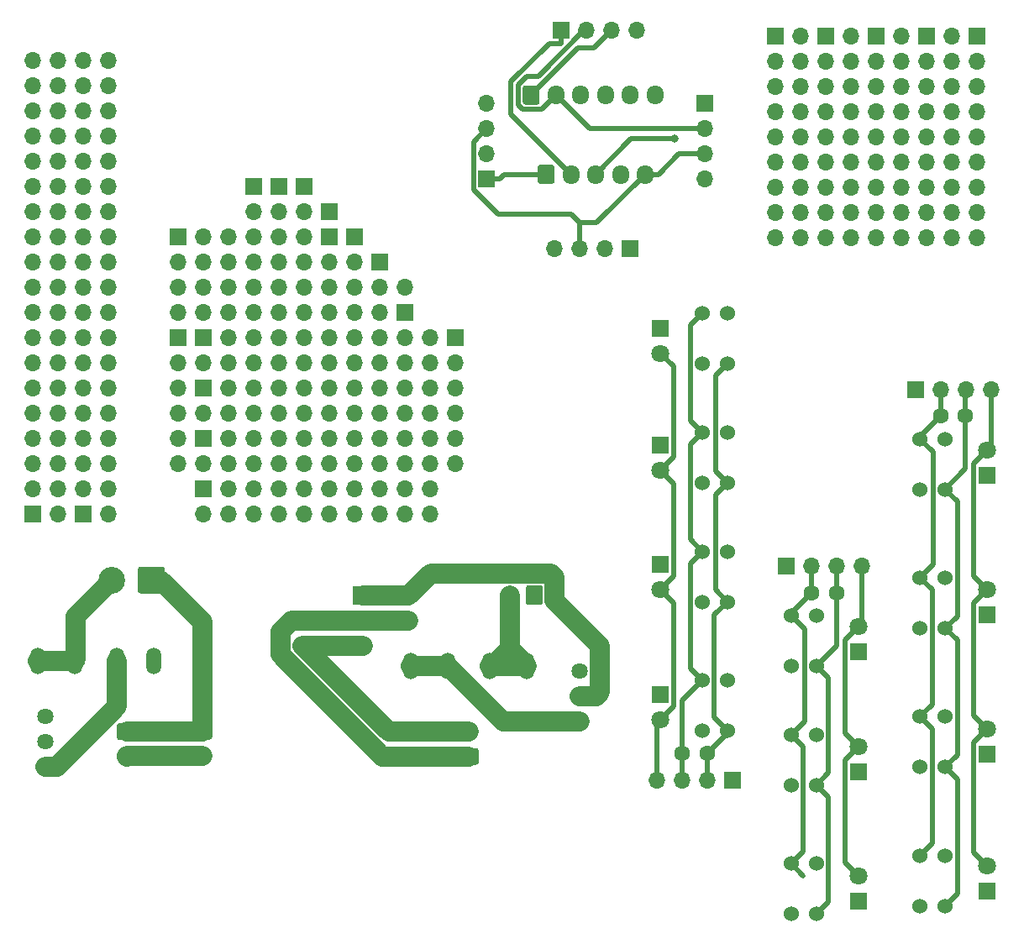
<source format=gtl>
%TF.GenerationSoftware,KiCad,Pcbnew,(5.1.10)-1*%
%TF.CreationDate,2021-11-13T22:23:51+09:00*%
%TF.ProjectId,herakuresu.line,68657261-6b75-4726-9573-752e6c696e65,rev?*%
%TF.SameCoordinates,Original*%
%TF.FileFunction,Copper,L1,Top*%
%TF.FilePolarity,Positive*%
%FSLAX46Y46*%
G04 Gerber Fmt 4.6, Leading zero omitted, Abs format (unit mm)*
G04 Created by KiCad (PCBNEW (5.1.10)-1) date 2021-11-13 22:23:51*
%MOMM*%
%LPD*%
G01*
G04 APERTURE LIST*
%TA.AperFunction,ComponentPad*%
%ADD10O,1.700000X1.700000*%
%TD*%
%TA.AperFunction,ComponentPad*%
%ADD11R,1.700000X1.700000*%
%TD*%
%TA.AperFunction,ComponentPad*%
%ADD12C,1.600000*%
%TD*%
%TA.AperFunction,ComponentPad*%
%ADD13R,1.800000X1.800000*%
%TD*%
%TA.AperFunction,ComponentPad*%
%ADD14C,1.800000*%
%TD*%
%TA.AperFunction,ComponentPad*%
%ADD15C,1.524000*%
%TD*%
%TA.AperFunction,ComponentPad*%
%ADD16O,2.000000X1.700000*%
%TD*%
%TA.AperFunction,ComponentPad*%
%ADD17C,1.635000*%
%TD*%
%TA.AperFunction,ComponentPad*%
%ADD18R,2.000000X1.905000*%
%TD*%
%TA.AperFunction,ComponentPad*%
%ADD19O,2.000000X1.905000*%
%TD*%
%TA.AperFunction,ComponentPad*%
%ADD20O,1.500000X2.700000*%
%TD*%
%TA.AperFunction,ComponentPad*%
%ADD21O,1.700000X2.000000*%
%TD*%
%TA.AperFunction,ComponentPad*%
%ADD22C,2.700000*%
%TD*%
%TA.AperFunction,ComponentPad*%
%ADD23O,1.700000X1.950000*%
%TD*%
%TA.AperFunction,ViaPad*%
%ADD24C,0.800000*%
%TD*%
%TA.AperFunction,Conductor*%
%ADD25C,0.500000*%
%TD*%
%TA.AperFunction,Conductor*%
%ADD26C,0.250000*%
%TD*%
%TA.AperFunction,Conductor*%
%ADD27C,2.000000*%
%TD*%
G04 APERTURE END LIST*
D10*
%TO.P,REF\u002A\u002A,9*%
%TO.N,N/C*%
X186714985Y-78434968D03*
%TO.P,REF\u002A\u002A,8*%
X186714985Y-75894968D03*
%TO.P,REF\u002A\u002A,7*%
X186714985Y-73354968D03*
%TO.P,REF\u002A\u002A,6*%
X186714985Y-70814968D03*
%TO.P,REF\u002A\u002A,5*%
X186714985Y-68274968D03*
%TO.P,REF\u002A\u002A,4*%
X186714985Y-65734968D03*
%TO.P,REF\u002A\u002A,3*%
X186714985Y-63194968D03*
%TO.P,REF\u002A\u002A,2*%
X186714985Y-60654968D03*
D11*
%TO.P,REF\u002A\u002A,1*%
X186714985Y-58114968D03*
%TD*%
%TO.P,REF\u002A\u002A,1*%
%TO.N,N/C*%
X191794985Y-58114968D03*
D10*
%TO.P,REF\u002A\u002A,2*%
X189254985Y-58114968D03*
%TO.P,REF\u002A\u002A,3*%
X191794985Y-60654968D03*
%TO.P,REF\u002A\u002A,4*%
X189254985Y-60654968D03*
%TO.P,REF\u002A\u002A,5*%
X191794985Y-63194968D03*
%TO.P,REF\u002A\u002A,6*%
X189254985Y-63194968D03*
%TO.P,REF\u002A\u002A,7*%
X191794985Y-65734968D03*
%TO.P,REF\u002A\u002A,8*%
X189254985Y-65734968D03*
%TO.P,REF\u002A\u002A,9*%
X191794985Y-68274968D03*
%TO.P,REF\u002A\u002A,10*%
X189254985Y-68274968D03*
%TO.P,REF\u002A\u002A,11*%
X191794985Y-70814968D03*
%TO.P,REF\u002A\u002A,12*%
X189254985Y-70814968D03*
%TO.P,REF\u002A\u002A,13*%
X191794985Y-73354968D03*
%TO.P,REF\u002A\u002A,14*%
X189254985Y-73354968D03*
%TO.P,REF\u002A\u002A,15*%
X191794985Y-75894968D03*
%TO.P,REF\u002A\u002A,16*%
X189254985Y-75894968D03*
%TO.P,REF\u002A\u002A,17*%
X191794985Y-78434968D03*
%TO.P,REF\u002A\u002A,18*%
X189254985Y-78434968D03*
%TD*%
D11*
%TO.P,REF\u002A\u002A,1*%
%TO.N,N/C*%
X196874985Y-58114968D03*
D10*
%TO.P,REF\u002A\u002A,2*%
X194334985Y-58114968D03*
%TO.P,REF\u002A\u002A,3*%
X196874985Y-60654968D03*
%TO.P,REF\u002A\u002A,4*%
X194334985Y-60654968D03*
%TO.P,REF\u002A\u002A,5*%
X196874985Y-63194968D03*
%TO.P,REF\u002A\u002A,6*%
X194334985Y-63194968D03*
%TO.P,REF\u002A\u002A,7*%
X196874985Y-65734968D03*
%TO.P,REF\u002A\u002A,8*%
X194334985Y-65734968D03*
%TO.P,REF\u002A\u002A,9*%
X196874985Y-68274968D03*
%TO.P,REF\u002A\u002A,10*%
X194334985Y-68274968D03*
%TO.P,REF\u002A\u002A,11*%
X196874985Y-70814968D03*
%TO.P,REF\u002A\u002A,12*%
X194334985Y-70814968D03*
%TO.P,REF\u002A\u002A,13*%
X196874985Y-73354968D03*
%TO.P,REF\u002A\u002A,14*%
X194334985Y-73354968D03*
%TO.P,REF\u002A\u002A,15*%
X196874985Y-75894968D03*
%TO.P,REF\u002A\u002A,16*%
X194334985Y-75894968D03*
%TO.P,REF\u002A\u002A,17*%
X196874985Y-78434968D03*
%TO.P,REF\u002A\u002A,18*%
X194334985Y-78434968D03*
%TD*%
D11*
%TO.P,REF\u002A\u002A,1*%
%TO.N,N/C*%
X201954985Y-58114968D03*
D10*
%TO.P,REF\u002A\u002A,2*%
X199414985Y-58114968D03*
%TO.P,REF\u002A\u002A,3*%
X201954985Y-60654968D03*
%TO.P,REF\u002A\u002A,4*%
X199414985Y-60654968D03*
%TO.P,REF\u002A\u002A,5*%
X201954985Y-63194968D03*
%TO.P,REF\u002A\u002A,6*%
X199414985Y-63194968D03*
%TO.P,REF\u002A\u002A,7*%
X201954985Y-65734968D03*
%TO.P,REF\u002A\u002A,8*%
X199414985Y-65734968D03*
%TO.P,REF\u002A\u002A,9*%
X201954985Y-68274968D03*
%TO.P,REF\u002A\u002A,10*%
X199414985Y-68274968D03*
%TO.P,REF\u002A\u002A,11*%
X201954985Y-70814968D03*
%TO.P,REF\u002A\u002A,12*%
X199414985Y-70814968D03*
%TO.P,REF\u002A\u002A,13*%
X201954985Y-73354968D03*
%TO.P,REF\u002A\u002A,14*%
X199414985Y-73354968D03*
%TO.P,REF\u002A\u002A,15*%
X201954985Y-75894968D03*
%TO.P,REF\u002A\u002A,16*%
X199414985Y-75894968D03*
%TO.P,REF\u002A\u002A,17*%
X201954985Y-78434968D03*
%TO.P,REF\u002A\u002A,18*%
X199414985Y-78434968D03*
%TD*%
%TO.P,REF\u002A\u002A,18*%
%TO.N,N/C*%
X204494985Y-78434968D03*
%TO.P,REF\u002A\u002A,17*%
X207034985Y-78434968D03*
%TO.P,REF\u002A\u002A,16*%
X204494985Y-75894968D03*
%TO.P,REF\u002A\u002A,15*%
X207034985Y-75894968D03*
%TO.P,REF\u002A\u002A,14*%
X204494985Y-73354968D03*
%TO.P,REF\u002A\u002A,13*%
X207034985Y-73354968D03*
%TO.P,REF\u002A\u002A,12*%
X204494985Y-70814968D03*
%TO.P,REF\u002A\u002A,11*%
X207034985Y-70814968D03*
%TO.P,REF\u002A\u002A,10*%
X204494985Y-68274968D03*
%TO.P,REF\u002A\u002A,9*%
X207034985Y-68274968D03*
%TO.P,REF\u002A\u002A,8*%
X204494985Y-65734968D03*
%TO.P,REF\u002A\u002A,7*%
X207034985Y-65734968D03*
%TO.P,REF\u002A\u002A,6*%
X204494985Y-63194968D03*
%TO.P,REF\u002A\u002A,5*%
X207034985Y-63194968D03*
%TO.P,REF\u002A\u002A,4*%
X204494985Y-60654968D03*
%TO.P,REF\u002A\u002A,3*%
X207034985Y-60654968D03*
%TO.P,REF\u002A\u002A,2*%
X204494985Y-58114968D03*
D11*
%TO.P,REF\u002A\u002A,1*%
X207034985Y-58114968D03*
%TD*%
%TO.P,REF\u002A\u002A,1*%
%TO.N,N/C*%
X146769985Y-80904968D03*
%TD*%
%TO.P,REF\u002A\u002A,1*%
%TO.N,N/C*%
X141689985Y-75824968D03*
%TD*%
%TO.P,REF\u002A\u002A,1*%
%TO.N,N/C*%
X139149985Y-73284968D03*
D10*
%TO.P,REF\u002A\u002A,2*%
X139149985Y-75824968D03*
%TD*%
D11*
%TO.P,REF\u002A\u002A,1*%
%TO.N,N/C*%
X136609985Y-73284968D03*
D10*
%TO.P,REF\u002A\u002A,2*%
X136609985Y-75824968D03*
%TD*%
D11*
%TO.P,REF\u002A\u002A,1*%
%TO.N,N/C*%
X134069985Y-73284968D03*
D10*
%TO.P,REF\u002A\u002A,2*%
X134069985Y-75824968D03*
%TD*%
D11*
%TO.P,REF\u002A\u002A,1*%
%TO.N,N/C*%
X144229985Y-78364968D03*
D10*
%TO.P,REF\u002A\u002A,2*%
X144229985Y-80904968D03*
%TD*%
%TO.P,REF\u002A\u002A,2*%
%TO.N,N/C*%
X141689985Y-80904968D03*
D11*
%TO.P,REF\u002A\u002A,1*%
X141689985Y-78364968D03*
%TD*%
D10*
%TO.P,REF\u002A\u002A,6*%
%TO.N,N/C*%
X154389985Y-101224968D03*
%TO.P,REF\u002A\u002A,5*%
X154389985Y-98684968D03*
%TO.P,REF\u002A\u002A,4*%
X154389985Y-96144968D03*
%TO.P,REF\u002A\u002A,3*%
X154389985Y-93604968D03*
%TO.P,REF\u002A\u002A,2*%
X154389985Y-91064968D03*
D11*
%TO.P,REF\u002A\u002A,1*%
X154389985Y-88524968D03*
%TD*%
D10*
%TO.P,REF\u002A\u002A,6*%
%TO.N,N/C*%
X126449985Y-101224968D03*
%TO.P,REF\u002A\u002A,5*%
X126449985Y-98684968D03*
%TO.P,REF\u002A\u002A,4*%
X126449985Y-96144968D03*
%TO.P,REF\u002A\u002A,3*%
X126449985Y-93604968D03*
%TO.P,REF\u002A\u002A,2*%
X126449985Y-91064968D03*
D11*
%TO.P,REF\u002A\u002A,1*%
X126449985Y-88524968D03*
%TD*%
D10*
%TO.P,REF\u002A\u002A,12*%
%TO.N,N/C*%
X139149985Y-80904968D03*
%TO.P,REF\u002A\u002A,11*%
X139149985Y-78364968D03*
%TO.P,REF\u002A\u002A,10*%
X136609985Y-80904968D03*
%TO.P,REF\u002A\u002A,9*%
X136609985Y-78364968D03*
%TO.P,REF\u002A\u002A,8*%
X134069985Y-80904968D03*
%TO.P,REF\u002A\u002A,7*%
X134069985Y-78364968D03*
%TO.P,REF\u002A\u002A,6*%
X131529985Y-80904968D03*
%TO.P,REF\u002A\u002A,5*%
X131529985Y-78364968D03*
%TO.P,REF\u002A\u002A,4*%
X128989985Y-80904968D03*
%TO.P,REF\u002A\u002A,3*%
X128989985Y-78364968D03*
%TO.P,REF\u002A\u002A,2*%
X126449985Y-80904968D03*
D11*
%TO.P,REF\u002A\u002A,1*%
X126449985Y-78364968D03*
%TD*%
%TO.P,REF\u002A\u002A,1*%
%TO.N,N/C*%
X149309985Y-85984968D03*
D10*
%TO.P,REF\u002A\u002A,2*%
X149309985Y-83444968D03*
%TO.P,REF\u002A\u002A,3*%
X146769985Y-85984968D03*
%TO.P,REF\u002A\u002A,4*%
X146769985Y-83444968D03*
%TO.P,REF\u002A\u002A,5*%
X144229985Y-85984968D03*
%TO.P,REF\u002A\u002A,6*%
X144229985Y-83444968D03*
%TO.P,REF\u002A\u002A,7*%
X141689985Y-85984968D03*
%TO.P,REF\u002A\u002A,8*%
X141689985Y-83444968D03*
%TO.P,REF\u002A\u002A,9*%
X139149985Y-85984968D03*
%TO.P,REF\u002A\u002A,10*%
X139149985Y-83444968D03*
%TO.P,REF\u002A\u002A,11*%
X136609985Y-85984968D03*
%TO.P,REF\u002A\u002A,12*%
X136609985Y-83444968D03*
%TO.P,REF\u002A\u002A,13*%
X134069985Y-85984968D03*
%TO.P,REF\u002A\u002A,14*%
X134069985Y-83444968D03*
%TO.P,REF\u002A\u002A,15*%
X131529985Y-85984968D03*
%TO.P,REF\u002A\u002A,16*%
X131529985Y-83444968D03*
%TO.P,REF\u002A\u002A,17*%
X128989985Y-85984968D03*
%TO.P,REF\u002A\u002A,18*%
X128989985Y-83444968D03*
%TO.P,REF\u002A\u002A,19*%
X126449985Y-85984968D03*
%TO.P,REF\u002A\u002A,20*%
X126449985Y-83444968D03*
%TD*%
D11*
%TO.P,REF\u002A\u002A,1*%
%TO.N,N/C*%
X128989985Y-88524968D03*
D10*
%TO.P,REF\u002A\u002A,2*%
X128989985Y-91064968D03*
%TO.P,REF\u002A\u002A,3*%
X131529985Y-88524968D03*
%TO.P,REF\u002A\u002A,4*%
X131529985Y-91064968D03*
%TO.P,REF\u002A\u002A,5*%
X134069985Y-88524968D03*
%TO.P,REF\u002A\u002A,6*%
X134069985Y-91064968D03*
%TO.P,REF\u002A\u002A,7*%
X136609985Y-88524968D03*
%TO.P,REF\u002A\u002A,8*%
X136609985Y-91064968D03*
%TO.P,REF\u002A\u002A,9*%
X139149985Y-88524968D03*
%TO.P,REF\u002A\u002A,10*%
X139149985Y-91064968D03*
%TO.P,REF\u002A\u002A,11*%
X141689985Y-88524968D03*
%TO.P,REF\u002A\u002A,12*%
X141689985Y-91064968D03*
%TO.P,REF\u002A\u002A,13*%
X144229985Y-88524968D03*
%TO.P,REF\u002A\u002A,14*%
X144229985Y-91064968D03*
%TO.P,REF\u002A\u002A,15*%
X146769985Y-88524968D03*
%TO.P,REF\u002A\u002A,16*%
X146769985Y-91064968D03*
%TO.P,REF\u002A\u002A,17*%
X149309985Y-88524968D03*
%TO.P,REF\u002A\u002A,18*%
X149309985Y-91064968D03*
%TO.P,REF\u002A\u002A,19*%
X151849985Y-88524968D03*
%TO.P,REF\u002A\u002A,20*%
X151849985Y-91064968D03*
%TD*%
D11*
%TO.P,REF\u002A\u002A,1*%
%TO.N,N/C*%
X128989985Y-93604968D03*
D10*
%TO.P,REF\u002A\u002A,2*%
X128989985Y-96144968D03*
%TO.P,REF\u002A\u002A,3*%
X131529985Y-93604968D03*
%TO.P,REF\u002A\u002A,4*%
X131529985Y-96144968D03*
%TO.P,REF\u002A\u002A,5*%
X134069985Y-93604968D03*
%TO.P,REF\u002A\u002A,6*%
X134069985Y-96144968D03*
%TO.P,REF\u002A\u002A,7*%
X136609985Y-93604968D03*
%TO.P,REF\u002A\u002A,8*%
X136609985Y-96144968D03*
%TO.P,REF\u002A\u002A,9*%
X139149985Y-93604968D03*
%TO.P,REF\u002A\u002A,10*%
X139149985Y-96144968D03*
%TO.P,REF\u002A\u002A,11*%
X141689985Y-93604968D03*
%TO.P,REF\u002A\u002A,12*%
X141689985Y-96144968D03*
%TO.P,REF\u002A\u002A,13*%
X144229985Y-93604968D03*
%TO.P,REF\u002A\u002A,14*%
X144229985Y-96144968D03*
%TO.P,REF\u002A\u002A,15*%
X146769985Y-93604968D03*
%TO.P,REF\u002A\u002A,16*%
X146769985Y-96144968D03*
%TO.P,REF\u002A\u002A,17*%
X149309985Y-93604968D03*
%TO.P,REF\u002A\u002A,18*%
X149309985Y-96144968D03*
%TO.P,REF\u002A\u002A,19*%
X151849985Y-93604968D03*
%TO.P,REF\u002A\u002A,20*%
X151849985Y-96144968D03*
%TD*%
D11*
%TO.P,REF\u002A\u002A,1*%
%TO.N,N/C*%
X128989985Y-98684968D03*
D10*
%TO.P,REF\u002A\u002A,2*%
X128989985Y-101224968D03*
%TO.P,REF\u002A\u002A,3*%
X131529985Y-98684968D03*
%TO.P,REF\u002A\u002A,4*%
X131529985Y-101224968D03*
%TO.P,REF\u002A\u002A,5*%
X134069985Y-98684968D03*
%TO.P,REF\u002A\u002A,6*%
X134069985Y-101224968D03*
%TO.P,REF\u002A\u002A,7*%
X136609985Y-98684968D03*
%TO.P,REF\u002A\u002A,8*%
X136609985Y-101224968D03*
%TO.P,REF\u002A\u002A,9*%
X139149985Y-98684968D03*
%TO.P,REF\u002A\u002A,10*%
X139149985Y-101224968D03*
%TO.P,REF\u002A\u002A,11*%
X141689985Y-98684968D03*
%TO.P,REF\u002A\u002A,12*%
X141689985Y-101224968D03*
%TO.P,REF\u002A\u002A,13*%
X144229985Y-98684968D03*
%TO.P,REF\u002A\u002A,14*%
X144229985Y-101224968D03*
%TO.P,REF\u002A\u002A,15*%
X146769985Y-98684968D03*
%TO.P,REF\u002A\u002A,16*%
X146769985Y-101224968D03*
%TO.P,REF\u002A\u002A,17*%
X149309985Y-98684968D03*
%TO.P,REF\u002A\u002A,18*%
X149309985Y-101224968D03*
%TO.P,REF\u002A\u002A,19*%
X151849985Y-98684968D03*
%TO.P,REF\u002A\u002A,20*%
X151849985Y-101224968D03*
%TD*%
%TO.P,REF\u002A\u002A,20*%
%TO.N,N/C*%
X151849985Y-106304968D03*
%TO.P,REF\u002A\u002A,19*%
X151849985Y-103764968D03*
%TO.P,REF\u002A\u002A,18*%
X149309985Y-106304968D03*
%TO.P,REF\u002A\u002A,17*%
X149309985Y-103764968D03*
%TO.P,REF\u002A\u002A,16*%
X146769985Y-106304968D03*
%TO.P,REF\u002A\u002A,15*%
X146769985Y-103764968D03*
%TO.P,REF\u002A\u002A,14*%
X144229985Y-106304968D03*
%TO.P,REF\u002A\u002A,13*%
X144229985Y-103764968D03*
%TO.P,REF\u002A\u002A,12*%
X141689985Y-106304968D03*
%TO.P,REF\u002A\u002A,11*%
X141689985Y-103764968D03*
%TO.P,REF\u002A\u002A,10*%
X139149985Y-106304968D03*
%TO.P,REF\u002A\u002A,9*%
X139149985Y-103764968D03*
%TO.P,REF\u002A\u002A,8*%
X136609985Y-106304968D03*
%TO.P,REF\u002A\u002A,7*%
X136609985Y-103764968D03*
%TO.P,REF\u002A\u002A,6*%
X134069985Y-106304968D03*
%TO.P,REF\u002A\u002A,5*%
X134069985Y-103764968D03*
%TO.P,REF\u002A\u002A,4*%
X131529985Y-106304968D03*
%TO.P,REF\u002A\u002A,3*%
X131529985Y-103764968D03*
%TO.P,REF\u002A\u002A,2*%
X128989985Y-106304968D03*
D11*
%TO.P,REF\u002A\u002A,1*%
X128989985Y-103764968D03*
%TD*%
D10*
%TO.P,REF\u002A\u002A,38*%
%TO.N,N/C*%
X119464985Y-60584968D03*
%TO.P,REF\u002A\u002A,37*%
X116924985Y-60584968D03*
%TO.P,REF\u002A\u002A,36*%
X119464985Y-63124968D03*
%TO.P,REF\u002A\u002A,35*%
X116924985Y-63124968D03*
%TO.P,REF\u002A\u002A,34*%
X119464985Y-65664968D03*
%TO.P,REF\u002A\u002A,33*%
X116924985Y-65664968D03*
%TO.P,REF\u002A\u002A,32*%
X119464985Y-68204968D03*
%TO.P,REF\u002A\u002A,31*%
X116924985Y-68204968D03*
%TO.P,REF\u002A\u002A,30*%
X119464985Y-70744968D03*
%TO.P,REF\u002A\u002A,29*%
X116924985Y-70744968D03*
%TO.P,REF\u002A\u002A,28*%
X119464985Y-73284968D03*
%TO.P,REF\u002A\u002A,27*%
X116924985Y-73284968D03*
%TO.P,REF\u002A\u002A,26*%
X119464985Y-75824968D03*
%TO.P,REF\u002A\u002A,25*%
X116924985Y-75824968D03*
%TO.P,REF\u002A\u002A,24*%
X119464985Y-78364968D03*
%TO.P,REF\u002A\u002A,23*%
X116924985Y-78364968D03*
%TO.P,REF\u002A\u002A,22*%
X119464985Y-80904968D03*
%TO.P,REF\u002A\u002A,21*%
X116924985Y-80904968D03*
%TO.P,REF\u002A\u002A,20*%
X119464985Y-83444968D03*
%TO.P,REF\u002A\u002A,19*%
X116924985Y-83444968D03*
%TO.P,REF\u002A\u002A,18*%
X119464985Y-85984968D03*
%TO.P,REF\u002A\u002A,17*%
X116924985Y-85984968D03*
%TO.P,REF\u002A\u002A,16*%
X119464985Y-88524968D03*
%TO.P,REF\u002A\u002A,15*%
X116924985Y-88524968D03*
%TO.P,REF\u002A\u002A,14*%
X119464985Y-91064968D03*
%TO.P,REF\u002A\u002A,13*%
X116924985Y-91064968D03*
%TO.P,REF\u002A\u002A,12*%
X119464985Y-93604968D03*
%TO.P,REF\u002A\u002A,11*%
X116924985Y-93604968D03*
%TO.P,REF\u002A\u002A,10*%
X119464985Y-96144968D03*
%TO.P,REF\u002A\u002A,9*%
X116924985Y-96144968D03*
%TO.P,REF\u002A\u002A,8*%
X119464985Y-98684968D03*
%TO.P,REF\u002A\u002A,7*%
X116924985Y-98684968D03*
%TO.P,REF\u002A\u002A,6*%
X119464985Y-101224968D03*
%TO.P,REF\u002A\u002A,5*%
X116924985Y-101224968D03*
%TO.P,REF\u002A\u002A,4*%
X119464985Y-103764968D03*
%TO.P,REF\u002A\u002A,3*%
X116924985Y-103764968D03*
%TO.P,REF\u002A\u002A,2*%
X119464985Y-106304968D03*
D11*
%TO.P,REF\u002A\u002A,1*%
X116924985Y-106304968D03*
%TD*%
D10*
%TO.P,REF\u002A\u002A,38*%
%TO.N,N/C*%
X114384985Y-60584968D03*
%TO.P,REF\u002A\u002A,37*%
X111844985Y-60584968D03*
%TO.P,REF\u002A\u002A,36*%
X114384985Y-63124968D03*
%TO.P,REF\u002A\u002A,35*%
X111844985Y-63124968D03*
%TO.P,REF\u002A\u002A,34*%
X114384985Y-65664968D03*
%TO.P,REF\u002A\u002A,33*%
X111844985Y-65664968D03*
%TO.P,REF\u002A\u002A,32*%
X114384985Y-68204968D03*
%TO.P,REF\u002A\u002A,31*%
X111844985Y-68204968D03*
%TO.P,REF\u002A\u002A,30*%
X114384985Y-70744968D03*
%TO.P,REF\u002A\u002A,29*%
X111844985Y-70744968D03*
%TO.P,REF\u002A\u002A,28*%
X114384985Y-73284968D03*
%TO.P,REF\u002A\u002A,27*%
X111844985Y-73284968D03*
%TO.P,REF\u002A\u002A,26*%
X114384985Y-75824968D03*
%TO.P,REF\u002A\u002A,25*%
X111844985Y-75824968D03*
%TO.P,REF\u002A\u002A,24*%
X114384985Y-78364968D03*
%TO.P,REF\u002A\u002A,23*%
X111844985Y-78364968D03*
%TO.P,REF\u002A\u002A,22*%
X114384985Y-80904968D03*
%TO.P,REF\u002A\u002A,21*%
X111844985Y-80904968D03*
%TO.P,REF\u002A\u002A,20*%
X114384985Y-83444968D03*
%TO.P,REF\u002A\u002A,19*%
X111844985Y-83444968D03*
%TO.P,REF\u002A\u002A,18*%
X114384985Y-85984968D03*
%TO.P,REF\u002A\u002A,17*%
X111844985Y-85984968D03*
%TO.P,REF\u002A\u002A,16*%
X114384985Y-88524968D03*
%TO.P,REF\u002A\u002A,15*%
X111844985Y-88524968D03*
%TO.P,REF\u002A\u002A,14*%
X114384985Y-91064968D03*
%TO.P,REF\u002A\u002A,13*%
X111844985Y-91064968D03*
%TO.P,REF\u002A\u002A,12*%
X114384985Y-93604968D03*
%TO.P,REF\u002A\u002A,11*%
X111844985Y-93604968D03*
%TO.P,REF\u002A\u002A,10*%
X114384985Y-96144968D03*
%TO.P,REF\u002A\u002A,9*%
X111844985Y-96144968D03*
%TO.P,REF\u002A\u002A,8*%
X114384985Y-98684968D03*
%TO.P,REF\u002A\u002A,7*%
X111844985Y-98684968D03*
%TO.P,REF\u002A\u002A,6*%
X114384985Y-101224968D03*
%TO.P,REF\u002A\u002A,5*%
X111844985Y-101224968D03*
%TO.P,REF\u002A\u002A,4*%
X114384985Y-103764968D03*
%TO.P,REF\u002A\u002A,3*%
X111844985Y-103764968D03*
%TO.P,REF\u002A\u002A,2*%
X114384985Y-106304968D03*
D11*
%TO.P,REF\u002A\u002A,1*%
X111844985Y-106304968D03*
%TD*%
D12*
%TO.P,C1,1*%
%TO.N,N/C*%
X179784986Y-130489664D03*
%TO.P,C1,2*%
X177284986Y-130489664D03*
%TD*%
D13*
%TO.P,D1,1*%
%TO.N,N/C*%
X175094986Y-124494664D03*
D14*
%TO.P,D1,2*%
X175094986Y-127034664D03*
%TD*%
D15*
%TO.P,U4,1*%
%TO.N,N/C*%
X179324986Y-91179664D03*
%TO.P,U4,2*%
X181864986Y-91179664D03*
%TO.P,U4,3*%
X181864986Y-86099664D03*
%TO.P,U4,4*%
X179324986Y-86099664D03*
%TD*%
%TO.P,U2,1*%
%TO.N,N/C*%
X179324986Y-115179664D03*
%TO.P,U2,2*%
X181864986Y-115179664D03*
%TO.P,U2,3*%
X181864986Y-110099664D03*
%TO.P,U2,4*%
X179324986Y-110099664D03*
%TD*%
%TO.P,U3,1*%
%TO.N,N/C*%
X179324986Y-103179664D03*
%TO.P,U3,2*%
X181864986Y-103179664D03*
%TO.P,U3,3*%
X181864986Y-98099664D03*
%TO.P,U3,4*%
X179324986Y-98099664D03*
%TD*%
D13*
%TO.P,D2,1*%
%TO.N,N/C*%
X175094986Y-111429664D03*
D14*
%TO.P,D2,2*%
X175094986Y-113969664D03*
%TD*%
D15*
%TO.P,U1,1*%
%TO.N,N/C*%
X179324986Y-128179664D03*
%TO.P,U1,2*%
X181864986Y-128179664D03*
%TO.P,U1,3*%
X181864986Y-123099664D03*
%TO.P,U1,4*%
X179324986Y-123099664D03*
%TD*%
D13*
%TO.P,D4,1*%
%TO.N,N/C*%
X175094986Y-87569664D03*
D14*
%TO.P,D4,2*%
X175094986Y-90109664D03*
%TD*%
D13*
%TO.P,D3,1*%
%TO.N,N/C*%
X175094986Y-99364664D03*
D14*
%TO.P,D3,2*%
X175094986Y-101904664D03*
%TD*%
D11*
%TO.P,J1,1*%
%TO.N,N/C*%
X182324986Y-133164664D03*
D10*
%TO.P,J1,2*%
X179784986Y-133164664D03*
%TO.P,J1,3*%
X177244986Y-133164664D03*
%TO.P,J1,4*%
X174704986Y-133164664D03*
%TD*%
D12*
%TO.P,C1,1*%
%TO.N,N/C*%
X190364985Y-114249968D03*
%TO.P,C1,2*%
X192864985Y-114249968D03*
%TD*%
D13*
%TO.P,D1,1*%
%TO.N,N/C*%
X195054985Y-120244968D03*
D14*
%TO.P,D1,2*%
X195054985Y-117704968D03*
%TD*%
D15*
%TO.P,U2,1*%
%TO.N,N/C*%
X190824985Y-128559968D03*
%TO.P,U2,2*%
X188284985Y-128559968D03*
%TO.P,U2,3*%
X188284985Y-133639968D03*
%TO.P,U2,4*%
X190824985Y-133639968D03*
%TD*%
%TO.P,U3,1*%
%TO.N,N/C*%
X190824985Y-141559968D03*
%TO.P,U3,2*%
X188284985Y-141559968D03*
%TO.P,U3,3*%
X188284985Y-146639968D03*
%TO.P,U3,4*%
X190824985Y-146639968D03*
%TD*%
D13*
%TO.P,D2,1*%
%TO.N,N/C*%
X195054985Y-132309968D03*
D14*
%TO.P,D2,2*%
X195054985Y-129769968D03*
%TD*%
D15*
%TO.P,U1,1*%
%TO.N,N/C*%
X190824985Y-116559968D03*
%TO.P,U1,2*%
X188284985Y-116559968D03*
%TO.P,U1,3*%
X188284985Y-121639968D03*
%TO.P,U1,4*%
X190824985Y-121639968D03*
%TD*%
D13*
%TO.P,D3,1*%
%TO.N,N/C*%
X195054985Y-145374968D03*
D14*
%TO.P,D3,2*%
X195054985Y-142834968D03*
%TD*%
D11*
%TO.P,J1,1*%
%TO.N,N/C*%
X187824985Y-111574968D03*
D10*
%TO.P,J1,2*%
X190364985Y-111574968D03*
%TO.P,J1,3*%
X192904985Y-111574968D03*
%TO.P,J1,4*%
X195444985Y-111574968D03*
%TD*%
D15*
%TO.P,U1,4*%
%TO.N,GND*%
X203807493Y-103827484D03*
%TO.P,U1,3*%
%TO.N,Vout*%
X201267493Y-103827484D03*
%TO.P,U1,2*%
%TO.N,+5V*%
X201267493Y-98747484D03*
%TO.P,U1,1*%
%TO.N,Net-(D1-Pad1)*%
X203807493Y-98747484D03*
%TD*%
%TO.P,U2,4*%
%TO.N,GND*%
X203807493Y-117827484D03*
%TO.P,U2,3*%
%TO.N,Vout*%
X201267493Y-117827484D03*
%TO.P,U2,2*%
%TO.N,+5V*%
X201267493Y-112747484D03*
%TO.P,U2,1*%
%TO.N,Net-(D2-Pad1)*%
X203807493Y-112747484D03*
%TD*%
%TO.P,U3,4*%
%TO.N,GND*%
X203807493Y-131827484D03*
%TO.P,U3,3*%
%TO.N,Vout*%
X201267493Y-131827484D03*
%TO.P,U3,2*%
%TO.N,+5V*%
X201267493Y-126747484D03*
%TO.P,U3,1*%
%TO.N,Net-(D3-Pad1)*%
X203807493Y-126747484D03*
%TD*%
%TO.P,U4,4*%
%TO.N,GND*%
X203807493Y-145827484D03*
%TO.P,U4,3*%
%TO.N,Vout*%
X201267493Y-145827484D03*
%TO.P,U4,2*%
%TO.N,+5V*%
X201267493Y-140747484D03*
%TO.P,U4,1*%
%TO.N,Net-(D4-Pad1)*%
X203807493Y-140747484D03*
%TD*%
D10*
%TO.P,J1,4*%
%TO.N,LED*%
X208427493Y-93762484D03*
%TO.P,J1,3*%
%TO.N,GND*%
X205887493Y-93762484D03*
%TO.P,J1,2*%
%TO.N,+5V*%
X203347493Y-93762484D03*
D11*
%TO.P,J1,1*%
%TO.N,Vout*%
X200807493Y-93762484D03*
%TD*%
D14*
%TO.P,D4,2*%
%TO.N,LED*%
X208037493Y-141817484D03*
D13*
%TO.P,D4,1*%
%TO.N,Net-(D4-Pad1)*%
X208037493Y-144357484D03*
%TD*%
D14*
%TO.P,D3,2*%
%TO.N,LED*%
X208037493Y-128022484D03*
D13*
%TO.P,D3,1*%
%TO.N,Net-(D3-Pad1)*%
X208037493Y-130562484D03*
%TD*%
D14*
%TO.P,D2,2*%
%TO.N,LED*%
X208037493Y-113957484D03*
D13*
%TO.P,D2,1*%
%TO.N,Net-(D2-Pad1)*%
X208037493Y-116497484D03*
%TD*%
D14*
%TO.P,D1,2*%
%TO.N,LED*%
X208037493Y-99892484D03*
D13*
%TO.P,D1,1*%
%TO.N,Net-(D1-Pad1)*%
X208037493Y-102432484D03*
%TD*%
D12*
%TO.P,C1,2*%
%TO.N,GND*%
X205847493Y-96437484D03*
%TO.P,C1,1*%
%TO.N,+5V*%
X203347493Y-96437484D03*
%TD*%
%TO.P,C2,1*%
%TO.N,GND*%
X149692499Y-117045651D03*
%TO.P,C2,2*%
%TO.N,Net-(C2-Pad2)*%
X149692499Y-114545651D03*
%TD*%
%TO.P,J8,1*%
%TO.N,GND1*%
%TA.AperFunction,ComponentPad*%
G36*
G01*
X120554498Y-127411651D02*
X122054498Y-127411651D01*
G75*
G02*
X122304498Y-127661651I0J-250000D01*
G01*
X122304498Y-128861651D01*
G75*
G02*
X122054498Y-129111651I-250000J0D01*
G01*
X120554498Y-129111651D01*
G75*
G02*
X120304498Y-128861651I0J250000D01*
G01*
X120304498Y-127661651D01*
G75*
G02*
X120554498Y-127411651I250000J0D01*
G01*
G37*
%TD.AperFunction*%
D16*
%TO.P,J8,2*%
%TO.N,+12V*%
X121304498Y-130761651D03*
%TD*%
D17*
%TO.P,SW1,1*%
%TO.N,Net-(F1-Pad2)*%
X166964499Y-127205651D03*
%TO.P,SW1,2*%
%TO.N,Net-(C2-Pad2)*%
X166964499Y-124665651D03*
%TO.P,SW1,3*%
%TO.N,N/C*%
X166964499Y-122125651D03*
%TD*%
%TO.P,J1,1*%
%TO.N,GND*%
%TA.AperFunction,ComponentPad*%
G36*
G01*
X148410499Y-131611651D02*
X146910499Y-131611651D01*
G75*
G02*
X146660499Y-131361651I0J250000D01*
G01*
X146660499Y-130161651D01*
G75*
G02*
X146910499Y-129911651I250000J0D01*
G01*
X148410499Y-129911651D01*
G75*
G02*
X148660499Y-130161651I0J-250000D01*
G01*
X148660499Y-131361651D01*
G75*
G02*
X148410499Y-131611651I-250000J0D01*
G01*
G37*
%TD.AperFunction*%
D16*
%TO.P,J1,2*%
%TO.N,+5V*%
X147660499Y-128261651D03*
%TD*%
D18*
%TO.P,U7,1*%
%TO.N,Net-(C2-Pad2)*%
X145120499Y-114505651D03*
D19*
%TO.P,U7,2*%
%TO.N,GND*%
X145120499Y-117045651D03*
%TO.P,U7,3*%
%TO.N,+5V*%
X145120499Y-119585651D03*
%TD*%
D20*
%TO.P,F2,2*%
%TO.N,Net-(F2-Pad2)*%
X124046499Y-121109651D03*
X120346499Y-121109651D03*
%TO.P,F2,1*%
%TO.N,Net-(BT2-Pad2)*%
X116046499Y-121109651D03*
X112346499Y-121109651D03*
%TD*%
D17*
%TO.P,SW2,1*%
%TO.N,Net-(F2-Pad2)*%
X113116499Y-131777651D03*
%TO.P,SW2,2*%
%TO.N,+12V*%
X113116499Y-129237651D03*
%TO.P,SW2,3*%
%TO.N,N/C*%
X113116499Y-126697651D03*
%TD*%
%TO.P,BT1,1*%
%TO.N,GND*%
%TA.AperFunction,ComponentPad*%
G36*
G01*
X163242499Y-113755651D02*
X163242499Y-115255651D01*
G75*
G02*
X162992499Y-115505651I-250000J0D01*
G01*
X161792499Y-115505651D01*
G75*
G02*
X161542499Y-115255651I0J250000D01*
G01*
X161542499Y-113755651D01*
G75*
G02*
X161792499Y-113505651I250000J0D01*
G01*
X162992499Y-113505651D01*
G75*
G02*
X163242499Y-113755651I0J-250000D01*
G01*
G37*
%TD.AperFunction*%
D21*
%TO.P,BT1,2*%
%TO.N,Net-(BT1-Pad2)*%
X159892499Y-114505651D03*
%TD*%
%TO.P,J11,1*%
%TO.N,GND1*%
%TA.AperFunction,ComponentPad*%
G36*
G01*
X128174498Y-127371651D02*
X129674498Y-127371651D01*
G75*
G02*
X129924498Y-127621651I0J-250000D01*
G01*
X129924498Y-128821651D01*
G75*
G02*
X129674498Y-129071651I-250000J0D01*
G01*
X128174498Y-129071651D01*
G75*
G02*
X127924498Y-128821651I0J250000D01*
G01*
X127924498Y-127621651D01*
G75*
G02*
X128174498Y-127371651I250000J0D01*
G01*
G37*
%TD.AperFunction*%
D16*
%TO.P,J11,2*%
%TO.N,+12V*%
X128924498Y-130721651D03*
%TD*%
%TO.P,BT2,1*%
%TO.N,GND1*%
%TA.AperFunction,ComponentPad*%
G36*
G01*
X125134499Y-111881652D02*
X125134499Y-114081650D01*
G75*
G02*
X124884498Y-114331651I-250001J0D01*
G01*
X122684500Y-114331651D01*
G75*
G02*
X122434499Y-114081650I0J250001D01*
G01*
X122434499Y-111881652D01*
G75*
G02*
X122684500Y-111631651I250001J0D01*
G01*
X124884498Y-111631651D01*
G75*
G02*
X125134499Y-111881652I0J-250001D01*
G01*
G37*
%TD.AperFunction*%
D22*
%TO.P,BT2,2*%
%TO.N,Net-(BT2-Pad2)*%
X119824499Y-112981651D03*
%TD*%
%TO.P,J2,1*%
%TO.N,GND*%
%TA.AperFunction,ComponentPad*%
G36*
G01*
X156538499Y-131611651D02*
X155038499Y-131611651D01*
G75*
G02*
X154788499Y-131361651I0J250000D01*
G01*
X154788499Y-130161651D01*
G75*
G02*
X155038499Y-129911651I250000J0D01*
G01*
X156538499Y-129911651D01*
G75*
G02*
X156788499Y-130161651I0J-250000D01*
G01*
X156788499Y-131361651D01*
G75*
G02*
X156538499Y-131611651I-250000J0D01*
G01*
G37*
%TD.AperFunction*%
D16*
%TO.P,J2,2*%
%TO.N,+5V*%
X155788499Y-128261651D03*
%TD*%
D12*
%TO.P,C1,1*%
%TO.N,+5V*%
X139024499Y-119585651D03*
%TO.P,C1,2*%
%TO.N,GND*%
X139024499Y-117085651D03*
%TD*%
D20*
%TO.P,F1,2*%
%TO.N,Net-(F1-Pad2)*%
X149938499Y-121617651D03*
X153638499Y-121617651D03*
%TO.P,F1,1*%
%TO.N,Net-(BT1-Pad2)*%
X157938499Y-121617651D03*
X161638499Y-121617651D03*
%TD*%
D11*
%TO.P,J1,1*%
%TO.N,N/C*%
X157574985Y-72574967D03*
D10*
%TO.P,J1,2*%
X157574985Y-70034967D03*
%TO.P,J1,3*%
X157574985Y-67494967D03*
%TO.P,J1,4*%
X157574985Y-64954967D03*
%TD*%
D11*
%TO.P,J4,1*%
%TO.N,N/C*%
X179574985Y-64954967D03*
D10*
%TO.P,J4,2*%
X179574985Y-67494967D03*
%TO.P,J4,3*%
X179574985Y-70034967D03*
%TO.P,J4,4*%
X179574985Y-72574967D03*
%TD*%
%TO.P,J5,1*%
%TO.N,N/C*%
%TA.AperFunction,ComponentPad*%
G36*
G01*
X162724985Y-72799967D02*
X162724985Y-71349967D01*
G75*
G02*
X162974985Y-71099967I250000J0D01*
G01*
X164174985Y-71099967D01*
G75*
G02*
X164424985Y-71349967I0J-250000D01*
G01*
X164424985Y-72799967D01*
G75*
G02*
X164174985Y-73049967I-250000J0D01*
G01*
X162974985Y-73049967D01*
G75*
G02*
X162724985Y-72799967I0J250000D01*
G01*
G37*
%TD.AperFunction*%
D23*
%TO.P,J5,2*%
X166074985Y-72074967D03*
%TO.P,J5,3*%
X168574985Y-72074967D03*
%TO.P,J5,4*%
X171074985Y-72074967D03*
%TO.P,J5,5*%
X173574985Y-72074967D03*
%TD*%
D11*
%TO.P,J6,1*%
%TO.N,N/C*%
X172074985Y-79574967D03*
D10*
%TO.P,J6,2*%
X169534985Y-79574967D03*
%TO.P,J6,3*%
X166994985Y-79574967D03*
%TO.P,J6,4*%
X164454985Y-79574967D03*
%TD*%
%TO.P,J2,1*%
%TO.N,N/C*%
%TA.AperFunction,ComponentPad*%
G36*
G01*
X161224985Y-64799967D02*
X161224985Y-63349967D01*
G75*
G02*
X161474985Y-63099967I250000J0D01*
G01*
X162674985Y-63099967D01*
G75*
G02*
X162924985Y-63349967I0J-250000D01*
G01*
X162924985Y-64799967D01*
G75*
G02*
X162674985Y-65049967I-250000J0D01*
G01*
X161474985Y-65049967D01*
G75*
G02*
X161224985Y-64799967I0J250000D01*
G01*
G37*
%TD.AperFunction*%
D23*
%TO.P,J2,2*%
X164574985Y-64074967D03*
%TO.P,J2,3*%
X167074985Y-64074967D03*
%TO.P,J2,4*%
X169574985Y-64074967D03*
%TO.P,J2,5*%
X172074985Y-64074967D03*
%TO.P,J2,6*%
X174574985Y-64074967D03*
%TD*%
D11*
%TO.P,J3,1*%
%TO.N,N/C*%
X165074985Y-57574967D03*
D10*
%TO.P,J3,2*%
X167614985Y-57574967D03*
%TO.P,J3,3*%
X170154985Y-57574967D03*
%TO.P,J3,4*%
X172694985Y-57574967D03*
%TD*%
D24*
%TO.N,*%
X176557885Y-68509967D03*
%TD*%
D25*
%TO.N,*%
X166994985Y-79574967D02*
X166994985Y-78274667D01*
X162074985Y-64074967D02*
X166828285Y-59321667D01*
X166994985Y-76979967D02*
X166146185Y-76131167D01*
X173574985Y-72074967D02*
X174875285Y-72074967D01*
X174875285Y-72074967D02*
X176915285Y-70034967D01*
X166994985Y-76979967D02*
X168669985Y-76979967D01*
X168669985Y-76979967D02*
X173574985Y-72074967D01*
X166994985Y-76979967D02*
X166994985Y-78274667D01*
X158785685Y-76131167D02*
X156274585Y-73620067D01*
X156274585Y-73620067D02*
X156274585Y-68795367D01*
X156274585Y-68795367D02*
X157574985Y-67494967D01*
X176915285Y-70034967D02*
X179574985Y-70034967D01*
X166146185Y-76131167D02*
X158785685Y-76131167D01*
X166828285Y-59321667D02*
X168408285Y-59321667D01*
X168408285Y-59321667D02*
X170154985Y-57574967D01*
X160738685Y-65063667D02*
X160738685Y-63049067D01*
X164574985Y-64074967D02*
X163148585Y-65501367D01*
X162817285Y-62179367D02*
X167421685Y-57574967D01*
X167994985Y-67494967D02*
X179574985Y-67494967D01*
X160738685Y-63049067D02*
X161608385Y-62179367D01*
X163148585Y-65501367D02*
X161176385Y-65501367D01*
X164574985Y-64074967D02*
X167994985Y-67494967D01*
X161176385Y-65501367D02*
X160738685Y-65063667D01*
X161608385Y-62179367D02*
X162817285Y-62179367D01*
X167421685Y-57574967D02*
X167614985Y-57574967D01*
X159375285Y-72074967D02*
X158875285Y-72574967D01*
X163574985Y-72074967D02*
X159375285Y-72074967D01*
X157574985Y-72574967D02*
X158875285Y-72574967D01*
X165074985Y-58875267D02*
X163921985Y-58875267D01*
X163921985Y-58875267D02*
X160038385Y-62758867D01*
X160038385Y-62758867D02*
X160038385Y-66038367D01*
X160038385Y-66038367D02*
X166074985Y-72074967D01*
X165074985Y-57574967D02*
X165074985Y-58875267D01*
X168574985Y-72074967D02*
X172139985Y-68509967D01*
X172139985Y-68509967D02*
X176557885Y-68509967D01*
X192036986Y-134851969D02*
X190824985Y-133639968D01*
X192864985Y-114249968D02*
X192864985Y-111614968D01*
X192864985Y-119599968D02*
X192864985Y-114249968D01*
X192036986Y-122851969D02*
X190824985Y-121639968D01*
X192864985Y-111614968D02*
X192904985Y-111574968D01*
X190824985Y-133639968D02*
X192036986Y-132427967D01*
X190824985Y-121639968D02*
X192864985Y-119599968D01*
X190824985Y-146639968D02*
X192036986Y-145427967D01*
X188284985Y-116329968D02*
X190364985Y-114249968D01*
D26*
X189371986Y-142646969D02*
X188284985Y-141559968D01*
D25*
X189496986Y-142771969D02*
X188284985Y-141559968D01*
X190364985Y-111574968D02*
X190364985Y-114249968D01*
X189496986Y-129771969D02*
X188284985Y-128559968D01*
X189612984Y-117887967D02*
X188284985Y-116559968D01*
X188284985Y-128559968D02*
X189612984Y-127231969D01*
X188284985Y-141559968D02*
X189496986Y-140347967D01*
X188284985Y-116559968D02*
X188284985Y-116329968D01*
X193704984Y-131119969D02*
X195054985Y-129769968D01*
X195054985Y-142834968D02*
X193704984Y-141484967D01*
X195444985Y-111574968D02*
X195444985Y-117314968D01*
X195444985Y-117314968D02*
X195054985Y-117704968D01*
X192036986Y-132427967D02*
X192036986Y-122851969D01*
X193704984Y-128419967D02*
X195054985Y-129769968D01*
X193704984Y-119054969D02*
X193704984Y-128419967D01*
X195054985Y-117704968D02*
X193704984Y-119054969D01*
X189612984Y-127231969D02*
X189612984Y-117887967D01*
X189496986Y-140347967D02*
X189496986Y-129771969D01*
X192036986Y-145427967D02*
X192036986Y-134851969D01*
X193704984Y-141484967D02*
X193704984Y-131119969D01*
X178112985Y-108887663D02*
X179324986Y-110099664D01*
X177284986Y-130489664D02*
X177284986Y-133124664D01*
X177284986Y-125139664D02*
X177284986Y-130489664D01*
X178112985Y-121887663D02*
X179324986Y-123099664D01*
X177284986Y-133124664D02*
X177244986Y-133164664D01*
X179324986Y-110099664D02*
X178112985Y-111311665D01*
X178112985Y-96887663D02*
X179324986Y-98099664D01*
X179324986Y-123099664D02*
X177284986Y-125139664D01*
X179324986Y-98099664D02*
X178112985Y-99311665D01*
X179324986Y-86099664D02*
X178112985Y-87311665D01*
X181864986Y-91179664D02*
X180652985Y-92391665D01*
X181864986Y-128409664D02*
X179784986Y-130489664D01*
D26*
X180777985Y-102092663D02*
X181864986Y-103179664D01*
X181864986Y-91179664D02*
X180777985Y-92266665D01*
D25*
X180652985Y-101967663D02*
X181864986Y-103179664D01*
X179784986Y-133164664D02*
X179784986Y-130489664D01*
X180652985Y-113967663D02*
X181864986Y-115179664D01*
X180536987Y-126851665D02*
X181864986Y-128179664D01*
X181864986Y-115179664D02*
X180536987Y-116507663D01*
X181864986Y-103179664D02*
X180652985Y-104391665D01*
X181864986Y-128179664D02*
X181864986Y-128409664D01*
X176444987Y-125684663D02*
X175094986Y-127034664D01*
X176444987Y-112619663D02*
X175094986Y-113969664D01*
X175094986Y-101904664D02*
X176444987Y-103254665D01*
X174704986Y-133164664D02*
X174704986Y-127424664D01*
X175094986Y-90109664D02*
X176444987Y-91459665D01*
X176444987Y-100554663D02*
X175094986Y-101904664D01*
X175094986Y-113969664D02*
X176444987Y-115319665D01*
X174704986Y-127424664D02*
X175094986Y-127034664D01*
X180652985Y-92391665D02*
X180652985Y-101967663D01*
X180652985Y-113967663D02*
X180652985Y-104391665D01*
X180536987Y-126851665D02*
X180536987Y-116507663D01*
X176444987Y-125684663D02*
X176444987Y-115319665D01*
X178112985Y-121887663D02*
X178112985Y-111311665D01*
X176444987Y-112619663D02*
X176444987Y-103254665D01*
X178112985Y-108887663D02*
X178112985Y-99311665D01*
X176444987Y-100554663D02*
X176444987Y-91459665D01*
X178112985Y-96887663D02*
X178112985Y-87311665D01*
%TO.N,GND*%
X205019494Y-133039485D02*
X203807493Y-131827484D01*
X205019494Y-144615483D02*
X205019494Y-133039485D01*
X203807493Y-145827484D02*
X205019494Y-144615483D01*
X205019494Y-119039485D02*
X203807493Y-117827484D01*
X205019494Y-130615483D02*
X205019494Y-119039485D01*
X203807493Y-131827484D02*
X205019494Y-130615483D01*
X205019494Y-105039485D02*
X203807493Y-103827484D01*
X205019494Y-116615483D02*
X205019494Y-105039485D01*
X203807493Y-117827484D02*
X205019494Y-116615483D01*
X205847493Y-101787484D02*
X205847493Y-96437484D01*
X203807493Y-103827484D02*
X205847493Y-101787484D01*
X205847493Y-93802484D02*
X205887493Y-93762484D01*
X205847493Y-96437484D02*
X205847493Y-93802484D01*
D27*
X149692499Y-117045651D02*
X139064499Y-117045651D01*
X139064499Y-117045651D02*
X139024499Y-117085651D01*
X147089216Y-130761651D02*
X147660499Y-130761651D01*
X136824489Y-118154291D02*
X136824489Y-120496924D01*
X139024499Y-117085651D02*
X137893129Y-117085651D01*
X136824489Y-120496924D02*
X147089216Y-130761651D01*
X137893129Y-117085651D02*
X136824489Y-118154291D01*
X147660499Y-130761651D02*
X155788499Y-130761651D01*
D26*
%TO.N,+5V*%
X202354494Y-127834485D02*
X201267493Y-126747484D01*
X202354494Y-139660483D02*
X202354494Y-127834485D01*
X201267493Y-140747484D02*
X202354494Y-139660483D01*
D25*
X202479494Y-127959485D02*
X201267493Y-126747484D01*
X202479494Y-139535483D02*
X202479494Y-127959485D01*
X201267493Y-140747484D02*
X202479494Y-139535483D01*
X202479494Y-125535483D02*
X202479494Y-113959485D01*
X202479494Y-113959485D02*
X201267493Y-112747484D01*
X201267493Y-126747484D02*
X202479494Y-125535483D01*
X202595492Y-100075483D02*
X201267493Y-98747484D01*
X202595492Y-111419485D02*
X202595492Y-100075483D01*
X201267493Y-112747484D02*
X202595492Y-111419485D01*
X203347493Y-93762484D02*
X203347493Y-96437484D01*
X201267493Y-98517484D02*
X203347493Y-96437484D01*
X201267493Y-98747484D02*
X201267493Y-98517484D01*
D27*
X155788499Y-128261651D02*
X147700499Y-128261651D01*
X139024499Y-119585651D02*
X145120499Y-119585651D01*
X147700499Y-128261651D02*
X139024499Y-119585651D01*
D25*
%TO.N,LED*%
X206687492Y-129372485D02*
X208037493Y-128022484D01*
X206687492Y-140467483D02*
X206687492Y-129372485D01*
X208037493Y-141817484D02*
X206687492Y-140467483D01*
X206687492Y-115307485D02*
X208037493Y-113957484D01*
X206687492Y-126672483D02*
X206687492Y-115307485D01*
X208037493Y-128022484D02*
X206687492Y-126672483D01*
X206687492Y-101242485D02*
X208037493Y-99892484D01*
X206687492Y-112607483D02*
X206687492Y-101242485D01*
X208037493Y-113957484D02*
X206687492Y-112607483D01*
X208427493Y-99502484D02*
X208037493Y-99892484D01*
X208427493Y-93762484D02*
X208427493Y-99502484D01*
D27*
%TO.N,Net-(BT1-Pad2)*%
X159892499Y-114505651D02*
X159892499Y-119871651D01*
X159892499Y-119871651D02*
X161638499Y-121617651D01*
X157938499Y-121617651D02*
X161638499Y-121617651D01*
X157938499Y-121617651D02*
X158146499Y-121617651D01*
X158146499Y-121617651D02*
X159892499Y-119871651D01*
%TO.N,Net-(BT2-Pad2)*%
X116164499Y-116641651D02*
X116164499Y-120991651D01*
X116046499Y-121109651D02*
X112346499Y-121109651D01*
X119824499Y-112981651D02*
X116164499Y-116641651D01*
X116164499Y-120991651D02*
X116046499Y-121109651D01*
%TO.N,GND1*%
X124733501Y-112981651D02*
X123784499Y-112981651D01*
X128924498Y-117172648D02*
X124733501Y-112981651D01*
X128924498Y-128221651D02*
X128924498Y-117172648D01*
X128884498Y-128261651D02*
X128924498Y-128221651D01*
X121304498Y-128261651D02*
X128884498Y-128261651D01*
%TO.N,Net-(F1-Pad2)*%
X153638499Y-121617651D02*
X159226499Y-127205651D01*
X159226499Y-127205651D02*
X166964499Y-127205651D01*
X149938499Y-121617651D02*
X153638499Y-121617651D01*
%TO.N,Net-(F2-Pad2)*%
X120346499Y-121109651D02*
X120346499Y-125703770D01*
X120346499Y-125703770D02*
X114272618Y-131777651D01*
X114272618Y-131777651D02*
X113116499Y-131777651D01*
%TO.N,+12V*%
X121344498Y-130721651D02*
X121304498Y-130761651D01*
X128924498Y-130721651D02*
X121344498Y-130721651D01*
%TO.N,Net-(C2-Pad2)*%
X168615499Y-124665651D02*
X168982000Y-124299150D01*
X168982000Y-124299150D02*
X168982000Y-119571152D01*
X164442509Y-115031661D02*
X164442509Y-112682188D01*
X151932509Y-112305641D02*
X149692499Y-114545651D01*
X149692499Y-114545651D02*
X145160499Y-114545651D01*
X164065962Y-112305641D02*
X151932509Y-112305641D01*
X145160499Y-114545651D02*
X145120499Y-114505651D01*
X166964499Y-124665651D02*
X168615499Y-124665651D01*
X164442509Y-112682188D02*
X164065962Y-112305641D01*
X168982000Y-119571152D02*
X164442509Y-115031661D01*
%TD*%
M02*

</source>
